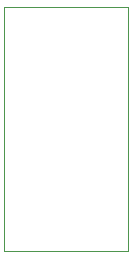
<source format=gbr>
%TF.GenerationSoftware,KiCad,Pcbnew,(6.0.0)*%
%TF.CreationDate,2022-05-17T06:49:19+02:00*%
%TF.ProjectId,UltraCIC-III,556c7472-6143-4494-932d-4949492e6b69,rev?*%
%TF.SameCoordinates,Original*%
%TF.FileFunction,Profile,NP*%
%FSLAX46Y46*%
G04 Gerber Fmt 4.6, Leading zero omitted, Abs format (unit mm)*
G04 Created by KiCad (PCBNEW (6.0.0)) date 2022-05-17 06:49:19*
%MOMM*%
%LPD*%
G01*
G04 APERTURE LIST*
%TA.AperFunction,Profile*%
%ADD10C,0.100000*%
%TD*%
G04 APERTURE END LIST*
D10*
X95631000Y-87376000D02*
X95631000Y-66675000D01*
X106172000Y-87376000D02*
X95631000Y-87376000D01*
X106172000Y-66675000D02*
X106172000Y-87376000D01*
X95631000Y-66675000D02*
X106172000Y-66675000D01*
M02*

</source>
